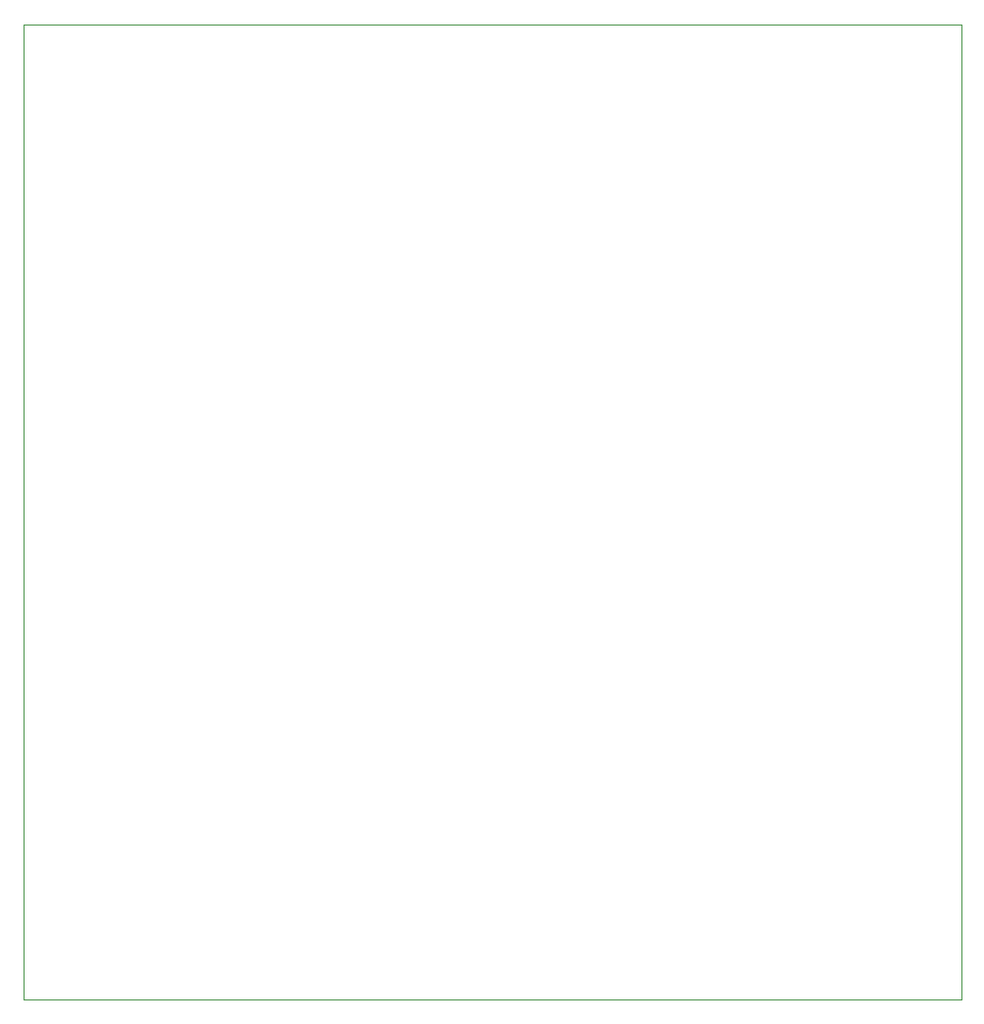
<source format=gbr>
%TF.GenerationSoftware,Altium Limited,Altium Designer,21.7.1 (17)*%
G04 Layer_Color=0*
%FSLAX26Y26*%
%MOIN*%
%TF.SameCoordinates,27FB9546-20EE-4E74-96E1-B46C9306E405*%
%TF.FilePolarity,Positive*%
%TF.FileFunction,Profile,NP*%
%TF.Part,Single*%
G01*
G75*
%TA.AperFunction,Profile*%
%ADD69C,0.001000*%
D69*
X0Y0D02*
X3185000D01*
Y3310000D01*
X0D01*
Y0D01*
%TF.MD5,630e28e34546bede02ca89fd50a3e5b4*%
M02*

</source>
